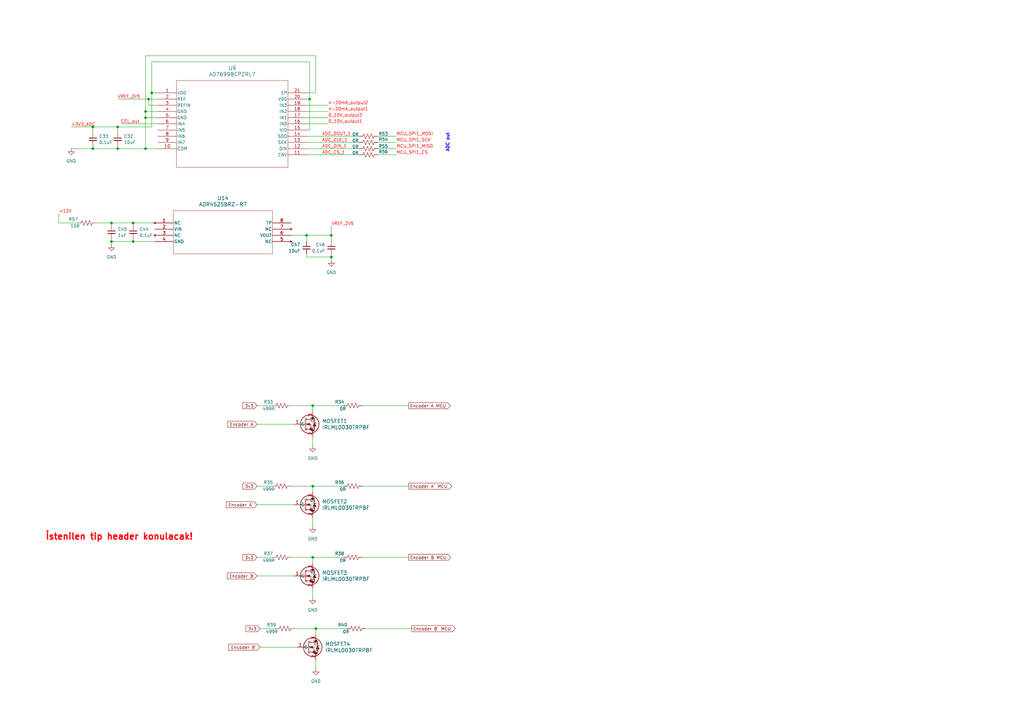
<source format=kicad_sch>
(kicad_sch (version 20231120) (generator "eeschema") (generator_version "8.0")
  (paper "A3")
  (lib_symbols
    (symbol "2024-07-17_22-54-18:IRLML0030TRPBF" (pin_names (offset 0.254))
      (property "Reference" "MOSFET" (at 11.43 1.905 0))
      (property "Value" "IRLML0030TRPBF" (at 11.43 -2.54 0))
      (symbol "IRLML0030TRPBF_0_1"
        (polyline (pts (xy 2.54 0) (xy 4.445 0)) (stroke (width 0.2032)))
        (polyline (pts (xy 4.572 -2.54) (xy 4.572 2.54)) (stroke (width 0.2032)))
        (polyline (pts (xy 5.08 -2.54) (xy 5.08 -1.524)) (stroke (width 0.2032)))
        (polyline (pts (xy 5.08 -2.032) (xy 6.858 -2.032)) (stroke (width 0.2032)))
        (polyline (pts (xy 5.08 -0.508) (xy 5.08 0.508)) (stroke (width 0.2032)))
        (polyline (pts (xy 5.08 1.524) (xy 5.08 2.54)) (stroke (width 0.2032)))
        (polyline (pts (xy 5.08 2.032) (xy 6.858 2.032)) (stroke (width 0.2032)))
        (polyline (pts (xy 6.35 0) (xy 6.858 0)) (stroke (width 0.2032)))
        (polyline (pts (xy 6.858 -2.54) (xy 6.858 0)) (stroke (width 0.2032)))
        (polyline (pts (xy 6.858 -2.54) (xy 8.382 -2.54)) (stroke (width 0.2032)))
        (polyline (pts (xy 6.858 2.032) (xy 6.858 2.54)) (stroke (width 0.2032)))
        (polyline (pts (xy 6.858 2.54) (xy 8.382 2.54)) (stroke (width 0.2032)))
        (polyline (pts (xy 8.382 -2.54) (xy 8.382 -0.762)) (stroke (width 0.2032)))
        (polyline (pts (xy 8.382 0.508) (xy 8.382 2.54)) (stroke (width 0.2032)))
        (polyline (pts (xy 9.144 0.508) (xy 7.62 0.508)) (stroke (width 0.2032)))
        (polyline (pts (xy 6.35 0.508) (xy 5.08 0) (xy 6.35 -0.508)) (fill (type outline)))
        (polyline (pts (xy 9.144 -0.762) (xy 7.62 -0.762) (xy 8.382 0.508)) (fill (type outline)))
        (circle (center 6.35 0) (radius 3.81) (stroke (width 0.254)))
        (circle (center 6.858 -2.032) (radius 0.0254) (stroke (width 0.508)))
        (circle (center 7.62 -2.54) (radius 0.0254) (stroke (width 0.508)))
        (circle (center 7.62 2.54) (radius 0.0254) (stroke (width 0.508)))
        (pin unspecified line (at 0 0 0) (length 2.54) (name "G") (number "1"))
        (pin unspecified line (at 7.62 -5.08 90) (length 2.54) (name "S") (number "2"))
        (pin unspecified line (at 7.62 5.08 270) (length 2.54) (name "D") (number "3"))
      )
    )
    (symbol "2024-07-23_16-02-50:AD7699BCPZRL7" (pin_names (offset 0.254))
      (property "Reference" "U" (at 30.48 10.16 0))
      (property "Value" "AD7699BCPZRL7" (at 30.48 7.62 0))
      (symbol "AD7699BCPZRL7_0_1"
        (polyline (pts (xy 7.62 -30.48) (xy 53.34 -30.48)) (stroke (width 0.127)))
        (polyline (pts (xy 7.62 5.08) (xy 7.62 -30.48)) (stroke (width 0.127)))
        (polyline (pts (xy 53.34 -30.48) (xy 53.34 5.08)) (stroke (width 0.127)))
        (polyline (pts (xy 53.34 5.08) (xy 7.62 5.08)) (stroke (width 0.127)))
        (pin power_in line (at 0 0 0) (length 7.62) (name "VDD") (number "1"))
        (pin unspecified line (at 0 -22.86 0) (length 7.62) (name "COM") (number "10"))
        (pin unspecified line (at 60.96 -25.4 180) (length 7.62) (name "CNV") (number "11"))
        (pin unspecified line (at 60.96 -22.86 180) (length 7.62) (name "DIN") (number "12"))
        (pin unspecified line (at 60.96 -20.32 180) (length 7.62) (name "SCK") (number "13"))
        (pin unspecified line (at 60.96 -17.78 180) (length 7.62) (name "SDO") (number "14"))
        (pin power_in line (at 60.96 -15.24 180) (length 7.62) (name "VIO") (number "15"))
        (pin unspecified line (at 60.96 -12.7 180) (length 7.62) (name "IN0") (number "16"))
        (pin unspecified line (at 60.96 -10.16 180) (length 7.62) (name "IN1") (number "17"))
        (pin unspecified line (at 60.96 -7.62 180) (length 7.62) (name "IN2") (number "18"))
        (pin unspecified line (at 60.96 -5.08 180) (length 7.62) (name "IN3") (number "19"))
        (pin unspecified line (at 0 -2.54 0) (length 7.62) (name "REF") (number "2"))
        (pin power_in line (at 60.96 -2.54 180) (length 7.62) (name "VDD") (number "20"))
        (pin unspecified line (at 60.96 0 180) (length 7.62) (name "EP") (number "21"))
        (pin unspecified line (at 0 -5.08 0) (length 7.62) (name "REFIN") (number "3"))
        (pin unspecified line (at 0 -7.62 0) (length 7.62) (name "GND") (number "4"))
        (pin unspecified line (at 0 -10.16 0) (length 7.62) (name "GND") (number "5"))
        (pin unspecified line (at 0 -12.7 0) (length 7.62) (name "IN4") (number "6"))
        (pin unspecified line (at 0 -15.24 0) (length 7.62) (name "IN5") (number "7"))
        (pin unspecified line (at 0 -17.78 0) (length 7.62) (name "IN6") (number "8"))
        (pin unspecified line (at 0 -20.32 0) (length 7.62) (name "IN7") (number "9"))
      )
    )
    (symbol "2024-07-23_16-49-46:ADR4525BRZ-R7" (pin_names (offset 0.254))
      (property "Reference" "U" (at 27.94 10.16 0))
      (property "Value" "ADR4525BRZ-R7" (at 27.94 7.62 0))
      (symbol "ADR4525BRZ-R7_0_1"
        (polyline (pts (xy 7.62 -12.7) (xy 48.26 -12.7)) (stroke (width 0.127)))
        (polyline (pts (xy 7.62 5.08) (xy 7.62 -12.7)) (stroke (width 0.127)))
        (polyline (pts (xy 48.26 -12.7) (xy 48.26 5.08)) (stroke (width 0.127)))
        (polyline (pts (xy 48.26 5.08) (xy 7.62 5.08)) (stroke (width 0.127)))
        (pin no_connect line (at 0 0 0) (length 7.62) (name "NC") (number "1"))
        (pin input line (at 0 -2.54 0) (length 7.62) (name "VIN") (number "2"))
        (pin no_connect line (at 0 -5.08 0) (length 7.62) (name "NC") (number "3"))
        (pin power_in line (at 0 -7.62 0) (length 7.62) (name "GND") (number "4"))
        (pin no_connect line (at 55.88 -7.62 180) (length 7.62) (name "NC") (number "5"))
        (pin output line (at 55.88 -5.08 180) (length 7.62) (name "VOUT") (number "6"))
        (pin no_connect line (at 55.88 -2.54 180) (length 7.62) (name "NC") (number "7"))
        (pin unspecified line (at 55.88 0 180) (length 7.62) (name "TP") (number "8"))
      )
    )
    (symbol "Device:C_Small" (pin_numbers hide) (pin_names (offset 0.254) hide)
      (property "Reference" "C" (at 0.254 1.778 0))
      (property "Value" "C_Small" (at 0.254 -2.032 0))
      (symbol "C_Small_0_1"
        (polyline (pts (xy -1.524 -0.508) (xy 1.524 -0.508)) (stroke (width 0.3302)))
        (polyline (pts (xy -1.524 0.508) (xy 1.524 0.508)) (stroke (width 0.3048)))
      )
      (symbol "C_Small_1_1"
        (pin passive line (at 0 2.54 270) (length 2.032) (name "~") (number "1"))
        (pin passive line (at 0 -2.54 90) (length 2.032) (name "~") (number "2"))
      )
    )
    (symbol "Device:R_US" (pin_numbers hide) (pin_names (offset 0))
      (property "Reference" "R" (at 2.54 0 90))
      (property "Value" "R_US" (at -2.54 0 90))
      (symbol "R_US_0_1"
        (polyline (pts (xy 0 -2.286) (xy 0 -2.54)))
        (polyline (pts (xy 0 2.286) (xy 0 2.54)))
        (polyline (pts (xy 0 -0.762) (xy 1.016 -1.143) (xy 0 -1.524) (xy -1.016 -1.905) (xy 0 -2.286)))
        (polyline (pts (xy 0 0.762) (xy 1.016 0.381) (xy 0 0) (xy -1.016 -0.381) (xy 0 -0.762)))
        (polyline (pts (xy 0 2.286) (xy 1.016 1.905) (xy 0 1.524) (xy -1.016 1.143) (xy 0 0.762)))
      )
      (symbol "R_US_1_1"
        (pin passive line (at 0 3.81 270) (length 1.27) (name "~") (number "1"))
        (pin passive line (at 0 -3.81 90) (length 1.27) (name "~") (number "2"))
      )
    )
    (symbol "power:GND" (power) (pin_numbers hide) (pin_names (offset 0) hide)
      (property "Value" "GND" (at 0 -3.81 0))
      (symbol "GND_0_1"
        (polyline (pts (xy 0 0) (xy 0 -1.27) (xy 1.27 -1.27) (xy 0 -2.54) (xy -1.27 -1.27) (xy 0 -1.27)))
      )
      (symbol "GND_1_1"
        (pin power_in line (at 0 0 270) (length 0) (name "~") (number "1"))
      )
    )
  )
  (junction (at 125.73 96.52))
  (junction (at 127 40.64))
  (junction (at 45.72 91.44))
  (junction (at 128.27 199.39))
  (junction (at 135.89 105.41))
  (junction (at 135.89 96.52))
  (junction (at 59.69 48.26))
  (junction (at 38.1 52.07))
  (junction (at 59.69 60.96))
  (junction (at 54.61 91.44))
  (junction (at 129.54 257.81))
  (junction (at 128.27 166.37))
  (junction (at 128.27 228.6))
  (junction (at 48.26 52.07))
  (junction (at 45.72 99.06))
  (junction (at 48.26 60.96))
  (junction (at 60.96 40.64))
  (junction (at 59.69 45.72))
  (junction (at 62.23 38.1))
  (junction (at 38.1 60.96))
  (junction (at 54.61 99.06))
  (wire (pts (xy 105.41 173.99) (xy 120.65 173.99)))
  (wire (pts (xy 135.89 96.52) (xy 135.89 99.06)))
  (wire (pts (xy 48.26 40.64) (xy 60.96 40.64)))
  (wire (pts (xy 119.38 199.39) (xy 128.27 199.39)))
  (wire (pts (xy 129.54 257.81) (xy 129.54 260.35)))
  (wire (pts (xy 127 53.34) (xy 127 40.64)))
  (wire (pts (xy 29.21 60.96) (xy 38.1 60.96)))
  (wire (pts (xy 135.89 92.71) (xy 135.89 96.52)))
  (wire (pts (xy 64.77 60.96) (xy 59.69 60.96)))
  (wire (pts (xy 128.27 241.3) (xy 128.27 245.11)))
  (wire (pts (xy 59.69 45.72) (xy 64.77 45.72)))
  (wire (pts (xy 125.73 55.88) (xy 147.32 55.88)))
  (wire (pts (xy 128.27 212.09) (xy 128.27 215.9)))
  (wire (pts (xy 119.38 166.37) (xy 128.27 166.37)))
  (wire (pts (xy 45.72 99.06) (xy 45.72 97.79)))
  (wire (pts (xy 105.41 236.22) (xy 120.65 236.22)))
  (wire (pts (xy 134.62 48.26) (xy 125.73 48.26)))
  (wire (pts (xy 128.27 166.37) (xy 140.97 166.37)))
  (wire (pts (xy 60.96 40.64) (xy 60.96 43.18)))
  (wire (pts (xy 54.61 99.06) (xy 45.72 99.06)))
  (wire (pts (xy 45.72 99.06) (xy 45.72 100.33)))
  (wire (pts (xy 125.73 96.52) (xy 135.89 96.52)))
  (wire (pts (xy 135.89 105.41) (xy 135.89 106.68)))
  (wire (pts (xy 105.41 228.6) (xy 111.76 228.6)))
  (wire (pts (xy 29.21 52.07) (xy 38.1 52.07)))
  (wire (pts (xy 162.56 55.88) (xy 154.94 55.88)))
  (wire (pts (xy 62.23 38.1) (xy 64.77 38.1)))
  (wire (pts (xy 129.54 22.86) (xy 59.69 22.86)))
  (wire (pts (xy 63.5 91.44) (xy 54.61 91.44)))
  (wire (pts (xy 106.68 265.43) (xy 121.92 265.43)))
  (wire (pts (xy 128.27 228.6) (xy 128.27 231.14)))
  (wire (pts (xy 62.23 25.4) (xy 62.23 38.1)))
  (wire (pts (xy 148.59 199.39) (xy 167.64 199.39)))
  (wire (pts (xy 48.26 52.07) (xy 62.23 52.07)))
  (wire (pts (xy 135.89 105.41) (xy 135.89 104.14)))
  (wire (pts (xy 45.72 92.71) (xy 45.72 91.44)))
  (wire (pts (xy 148.59 166.37) (xy 167.64 166.37)))
  (wire (pts (xy 106.68 257.81) (xy 113.03 257.81)))
  (wire (pts (xy 105.41 166.37) (xy 111.76 166.37)))
  (wire (pts (xy 128.27 199.39) (xy 140.97 199.39)))
  (wire (pts (xy 149.86 257.81) (xy 168.91 257.81)))
  (wire (pts (xy 38.1 60.96) (xy 38.1 59.69)))
  (wire (pts (xy 48.26 52.07) (xy 48.26 54.61)))
  (wire (pts (xy 39.37 91.44) (xy 45.72 91.44)))
  (wire (pts (xy 129.54 270.51) (xy 129.54 274.32)))
  (wire (pts (xy 119.38 228.6) (xy 128.27 228.6)))
  (wire (pts (xy 128.27 179.07) (xy 128.27 182.88)))
  (wire (pts (xy 59.69 22.86) (xy 59.69 45.72)))
  (wire (pts (xy 45.72 91.44) (xy 54.61 91.44)))
  (wire (pts (xy 59.69 45.72) (xy 59.69 48.26)))
  (wire (pts (xy 125.73 105.41) (xy 135.89 105.41)))
  (wire (pts (xy 38.1 52.07) (xy 38.1 54.61)))
  (wire (pts (xy 125.73 105.41) (xy 125.73 104.14)))
  (wire (pts (xy 162.56 58.42) (xy 154.94 58.42)))
  (wire (pts (xy 125.73 53.34) (xy 127 53.34)))
  (wire (pts (xy 48.26 52.07) (xy 38.1 52.07)))
  (wire (pts (xy 128.27 199.39) (xy 128.27 201.93)))
  (wire (pts (xy 125.73 38.1) (xy 129.54 38.1)))
  (wire (pts (xy 129.54 257.81) (xy 142.24 257.81)))
  (wire (pts (xy 64.77 48.26) (xy 59.69 48.26)))
  (wire (pts (xy 60.96 43.18) (xy 64.77 43.18)))
  (wire (pts (xy 59.69 60.96) (xy 59.69 48.26)))
  (wire (pts (xy 54.61 99.06) (xy 54.61 97.79)))
  (wire (pts (xy 125.73 58.42) (xy 147.32 58.42)))
  (wire (pts (xy 62.23 52.07) (xy 62.23 38.1)))
  (wire (pts (xy 162.56 63.5) (xy 154.94 63.5)))
  (wire (pts (xy 24.13 87.63) (xy 24.13 91.44)))
  (wire (pts (xy 48.26 60.96) (xy 38.1 60.96)))
  (wire (pts (xy 63.5 99.06) (xy 54.61 99.06)))
  (wire (pts (xy 24.13 91.44) (xy 31.75 91.44)))
  (wire (pts (xy 127 40.64) (xy 127 25.4)))
  (wire (pts (xy 48.26 60.96) (xy 48.26 59.69)))
  (wire (pts (xy 48.26 60.96) (xy 59.69 60.96)))
  (wire (pts (xy 134.62 45.72) (xy 125.73 45.72)))
  (wire (pts (xy 125.73 60.96) (xy 147.32 60.96)))
  (wire (pts (xy 54.61 91.44) (xy 54.61 92.71)))
  (wire (pts (xy 134.62 50.8) (xy 125.73 50.8)))
  (wire (pts (xy 128.27 166.37) (xy 128.27 168.91)))
  (wire (pts (xy 49.53 50.8) (xy 64.77 50.8)))
  (wire (pts (xy 119.38 96.52) (xy 125.73 96.52)))
  (wire (pts (xy 134.62 43.18) (xy 125.73 43.18)))
  (wire (pts (xy 127 25.4) (xy 62.23 25.4)))
  (wire (pts (xy 105.41 199.39) (xy 111.76 199.39)))
  (wire (pts (xy 127 40.64) (xy 125.73 40.64)))
  (wire (pts (xy 105.41 207.01) (xy 120.65 207.01)))
  (wire (pts (xy 148.59 228.6) (xy 167.64 228.6)))
  (wire (pts (xy 125.73 63.5) (xy 147.32 63.5)))
  (wire (pts (xy 129.54 38.1) (xy 129.54 22.86)))
  (wire (pts (xy 128.27 228.6) (xy 140.97 228.6)))
  (wire (pts (xy 64.77 40.64) (xy 60.96 40.64)))
  (wire (pts (xy 162.56 60.96) (xy 154.94 60.96)))
  (wire (pts (xy 120.65 257.81) (xy 129.54 257.81)))
  (wire (pts (xy 125.73 96.52) (xy 125.73 99.06)))
  (text "İstenilen tip header konulacak!" (at 18.542 220.218 0) (effects (font (size 2.54 2.54) (thickness 0.508) (bold yes)) (justify left)))
  (text "ADC out" (at 183.642 58.42 90) (effects (font (size 1.27 1.27) (thickness 0.254) (bold yes))))
  (label "MCU_SPI1_CS" (at 162.56 63.5 0))
  (label "ADC_CS_1" (at 132.08 63.5 0))
  (label "+12V" (at 24.13 87.63 0))
  (label "ADC_DIN_1" (at 132.08 60.96 0))
  (label "VREF_2V5" (at 135.89 92.71 0))
  (label "0_10V_output1" (at 134.62 50.8 0))
  (label "VREF_2V5" (at 48.26 40.64 0))
  (label "ADC_DOUT_1" (at 132.08 55.88 0))
  (label "CCL_out" (at 49.53 50.8 0))
  (label "4-20mA_output1" (at 134.62 45.72 0))
  (label "MCU_SPI1_SCK" (at 162.56 58.42 0))
  (label "0_10V_output2" (at 134.62 48.26 0))
  (label "+3V3_ADC" (at 29.21 52.07 0))
  (label "MCU_SPI1_MISO" (at 162.56 60.96 0))
  (label "ADC_CLK_1" (at 132.08 58.42 0))
  (label "MCU_SPI1_MOSI" (at 162.56 55.88 0))
  (label "4-20mA_output2" (at 134.62 43.18 0))
  (global_label "Encoder B MCU" (shape output) (at 167.64 228.6 0) (property "Intersheetrefs" "${INTERSHEET_REFS}" (effects (hide yes))))
  (global_label "3v3" (shape input) (at 105.41 228.6 180) (property "Intersheetrefs" "${INTERSHEET_REFS}" (effects (hide yes))))
  (global_label "3v3" (shape input) (at 106.68 257.81 180) (property "Intersheetrefs" "${INTERSHEET_REFS}" (effects (hide yes))))
  (global_label "Encoder A" (shape input) (at 105.41 173.99 180) (property "Intersheetrefs" "${INTERSHEET_REFS}" (effects (hide yes))))
  (global_label "Encoder B'" (shape input) (at 106.68 265.43 180) (property "Intersheetrefs" "${INTERSHEET_REFS}" (effects (hide yes))))
  (global_label "Encoder B' MCU" (shape output) (at 168.91 257.81 0) (property "Intersheetrefs" "${INTERSHEET_REFS}" (effects (hide yes))))
  (global_label "Encoder A MCU" (shape output) (at 167.64 166.37 0) (property "Intersheetrefs" "${INTERSHEET_REFS}" (effects (hide yes))))
  (global_label "Encoder B" (shape input) (at 105.41 236.22 180) (property "Intersheetrefs" "${INTERSHEET_REFS}" (effects (hide yes))))
  (global_label "3v3" (shape input) (at 105.41 166.37 180) (property "Intersheetrefs" "${INTERSHEET_REFS}" (effects (hide yes))))
  (global_label "Encoder A'" (shape input) (at 105.41 207.01 180) (property "Intersheetrefs" "${INTERSHEET_REFS}" (effects (hide yes))))
  (global_label "3v3" (shape input) (at 105.41 199.39 180) (property "Intersheetrefs" "${INTERSHEET_REFS}" (effects (hide yes))))
  (global_label "Encoder A' MCU" (shape output) (at 167.64 199.39 0) (property "Intersheetrefs" "${INTERSHEET_REFS}" (effects (hide yes))))
  (symbol (lib_id "Device:R_US") (at 115.57 228.6 90) (unit 1)
    (property "Reference" "R37" (at 112.014 227.076 90) (effects (justify left)))
    (property "Value" "499R" (at 112.776 229.87 90) (effects (justify left)))
    (property "Footprint" "Resistor_SMD:R_0805_2012Metric_Pad1.20x1.40mm_HandSolder" (effects (hide yes)))
    (property "Description" "Resistor, US symbol" (effects (hide yes)))
  )
  (symbol (lib_id "power:GND") (at 128.27 215.9 0) (unit 1)
    (property "Reference" "#PWR027" (effects (hide yes)))
    (property "Value" "GND" (at 128.27 220.98 0))
    (property "Description" "Power symbol creates a global label with name \"GND\" , ground" (effects (hide yes)))
  )
  (symbol (lib_id "power:GND") (at 45.72 100.33 0) (unit 1)
    (property "Reference" "#PWR044" (effects (hide yes)))
    (property "Value" "GND" (at 45.72 105.41 0))
    (property "Description" "Power symbol creates a global label with name \"GND\" , ground" (effects (hide yes)))
  )
  (symbol (lib_id "Device:C_Small") (at 38.1 57.15 0) (unit 1)
    (property "Reference" "C33" (at 40.64 55.8862 0) (effects (justify left)))
    (property "Value" "0.1uF" (at 40.64 58.4262 0) (effects (justify left)))
    (property "Description" "Unpolarized capacitor, small symbol" (effects (hide yes)))
  )
  (symbol (lib_id "Device:R_US") (at 151.13 55.88 90) (unit 1)
    (property "Reference" "R53" (at 157.226 54.864 90))
    (property "Value" "0R" (at 145.796 55.118 90))
    (property "Description" "Resistor, US symbol" (effects (hide yes)))
  )
  (symbol (lib_id "power:GND") (at 135.89 106.68 0) (unit 1)
    (property "Reference" "#PWR045" (effects (hide yes)))
    (property "Value" "GND" (at 135.89 111.76 0))
    (property "Description" "Power symbol creates a global label with name \"GND\" , ground" (effects (hide yes)))
  )
  (symbol (lib_id "Device:R_US") (at 151.13 63.5 90) (unit 1)
    (property "Reference" "R56" (at 157.226 62.23 90))
    (property "Value" "0R" (at 145.796 62.738 90))
    (property "Description" "Resistor, US symbol" (effects (hide yes)))
  )
  (symbol (lib_id "Device:R_US") (at 35.56 91.44 90) (unit 1)
    (property "Reference" "R57" (at 32.004 89.916 90) (effects (justify left)))
    (property "Value" "10R" (at 32.766 92.71 90) (effects (justify left)))
    (property "Description" "Resistor, US symbol" (effects (hide yes)))
  )
  (symbol (lib_id "Device:R_US") (at 115.57 166.37 90) (unit 1)
    (property "Reference" "R33" (at 112.014 164.846 90) (effects (justify left)))
    (property "Value" "499R" (at 112.776 167.64 90) (effects (justify left)))
    (property "Footprint" "Resistor_SMD:R_0805_2012Metric_Pad1.20x1.40mm_HandSolder" (effects (hide yes)))
    (property "Description" "Resistor, US symbol" (effects (hide yes)))
  )
  (symbol (lib_id "2024-07-17_22-54-18:IRLML0030TRPBF") (at 120.65 173.99 0) (unit 1)
    (property "Reference" "MOSFET1" (at 132.08 172.7199 0) (effects (font (size 1.524 1.524)) (justify left)))
    (property "Value" "IRLML0030TRPBF" (at 132.08 175.2599 0) (effects (font (size 1.524 1.524)) (justify left)))
    (property "Footprint" "PG-SOT23-3-901_INF" (effects (hide yes)))
    (property "Datasheet" "IRLML0030TRPBF" (effects (hide yes)))
  )
  (symbol (lib_id "Device:R_US") (at 146.05 257.81 90) (unit 1)
    (property "Reference" "R40" (at 142.494 256.286 90) (effects (justify left)))
    (property "Value" "0R" (at 143.256 259.08 90) (effects (justify left)))
    (property "Footprint" "Resistor_SMD:R_0805_2012Metric_Pad1.20x1.40mm_HandSolder" (effects (hide yes)))
    (property "Description" "Resistor, US symbol" (effects (hide yes)))
  )
  (symbol (lib_id "Device:R_US") (at 115.57 199.39 90) (unit 1)
    (property "Reference" "R35" (at 112.014 197.866 90) (effects (justify left)))
    (property "Value" "499R" (at 112.776 200.66 90) (effects (justify left)))
    (property "Footprint" "Resistor_SMD:R_0805_2012Metric_Pad1.20x1.40mm_HandSolder" (effects (hide yes)))
    (property "Description" "Resistor, US symbol" (effects (hide yes)))
  )
  (symbol (lib_id "Device:R_US") (at 144.78 166.37 90) (unit 1)
    (property "Reference" "R34" (at 141.224 164.846 90) (effects (justify left)))
    (property "Value" "0R" (at 141.986 167.64 90) (effects (justify left)))
    (property "Footprint" "Resistor_SMD:R_0805_2012Metric_Pad1.20x1.40mm_HandSolder" (effects (hide yes)))
    (property "Description" "Resistor, US symbol" (effects (hide yes)))
  )
  (symbol (lib_id "Device:R_US") (at 151.13 58.42 90) (unit 1)
    (property "Reference" "R54" (at 157.226 57.15 90))
    (property "Value" "0R" (at 145.796 57.658 90))
    (property "Description" "Resistor, US symbol" (effects (hide yes)))
  )
  (symbol (lib_id "Device:C_Small") (at 48.26 57.15 0) (unit 1)
    (property "Reference" "C32" (at 50.8 55.8862 0) (effects (justify left)))
    (property "Value" "10uF" (at 50.8 58.4262 0) (effects (justify left)))
    (property "Description" "Unpolarized capacitor, small symbol" (effects (hide yes)))
  )
  (symbol (lib_id "2024-07-23_16-02-50:AD7699BCPZRL7") (at 64.77 38.1 0) (unit 1)
    (property "Reference" "U9" (at 95.25 27.94 0) (effects (font (size 1.524 1.524))))
    (property "Value" "AD7699BCPZRL7" (at 95.25 30.48 0) (effects (font (size 1.524 1.524))))
    (property "Footprint" "CP_20_4_ADI" (effects (hide yes)))
    (property "Datasheet" "AD7699BCPZRL7" (effects (hide yes)))
  )
  (symbol (lib_id "Device:R_US") (at 116.84 257.81 90) (unit 1)
    (property "Reference" "R39" (at 113.284 256.286 90) (effects (justify left)))
    (property "Value" "499R" (at 114.046 259.08 90) (effects (justify left)))
    (property "Footprint" "Resistor_SMD:R_0805_2012Metric_Pad1.20x1.40mm_HandSolder" (effects (hide yes)))
    (property "Description" "Resistor, US symbol" (effects (hide yes)))
  )
  (symbol (lib_id "power:GND") (at 128.27 245.11 0) (unit 1)
    (property "Reference" "#PWR028" (effects (hide yes)))
    (property "Value" "GND" (at 128.27 250.19 0))
    (property "Description" "Power symbol creates a global label with name \"GND\" , ground" (effects (hide yes)))
  )
  (symbol (lib_id "Device:R_US") (at 151.13 60.96 90) (unit 1)
    (property "Reference" "R55" (at 157.226 59.944 90))
    (property "Value" "0R" (at 145.796 60.198 90))
    (property "Description" "Resistor, US symbol" (effects (hide yes)))
  )
  (symbol (lib_id "Device:C_Small") (at 45.72 95.25 0) (unit 1)
    (property "Reference" "C45" (at 48.26 93.9862 0) (effects (justify left)))
    (property "Value" "1uF" (at 48.26 96.5262 0) (effects (justify left)))
    (property "Description" "Unpolarized capacitor, small symbol" (effects (hide yes)))
  )
  (symbol (lib_id "2024-07-17_22-54-18:IRLML0030TRPBF") (at 120.65 236.22 0) (unit 1)
    (property "Reference" "MOSFET3" (at 132.08 234.9499 0) (effects (font (size 1.524 1.524)) (justify left)))
    (property "Value" "IRLML0030TRPBF" (at 132.08 237.4899 0) (effects (font (size 1.524 1.524)) (justify left)))
    (property "Footprint" "PG-SOT23-3-901_INF" (effects (hide yes)))
    (property "Datasheet" "IRLML0030TRPBF" (effects (hide yes)))
  )
  (symbol (lib_id "2024-07-23_16-49-46:ADR4525BRZ-R7") (at 63.5 91.44 0) (unit 1)
    (property "Reference" "U14" (at 91.44 81.28 0) (effects (font (size 1.524 1.524))))
    (property "Value" "ADR4525BRZ-R7" (at 91.44 83.82 0) (effects (font (size 1.524 1.524))))
    (property "Footprint" "R_8_ADI" (effects (hide yes)))
    (property "Datasheet" "ADR4525BRZ-R7" (effects (hide yes)))
  )
  (symbol (lib_id "Device:R_US") (at 144.78 199.39 90) (unit 1)
    (property "Reference" "R36" (at 141.224 197.866 90) (effects (justify left)))
    (property "Value" "0R" (at 141.986 200.66 90) (effects (justify left)))
    (property "Footprint" "Resistor_SMD:R_0805_2012Metric_Pad1.20x1.40mm_HandSolder" (effects (hide yes)))
    (property "Description" "Resistor, US symbol" (effects (hide yes)))
  )
  (symbol (lib_id "power:GND") (at 129.54 274.32 0) (unit 1)
    (property "Reference" "#PWR029" (effects (hide yes)))
    (property "Value" "GND" (at 129.54 279.4 0))
    (property "Description" "Power symbol creates a global label with name \"GND\" , ground" (effects (hide yes)))
  )
  (symbol (lib_id "Device:R_US") (at 144.78 228.6 90) (unit 1)
    (property "Reference" "R38" (at 141.224 227.076 90) (effects (justify left)))
    (property "Value" "0R" (at 141.986 229.87 90) (effects (justify left)))
    (property "Footprint" "Resistor_SMD:R_0805_2012Metric_Pad1.20x1.40mm_HandSolder" (effects (hide yes)))
    (property "Description" "Resistor, US symbol" (effects (hide yes)))
  )
  (symbol (lib_id "power:GND") (at 29.21 60.96 0) (unit 1)
    (property "Reference" "#PWR033" (effects (hide yes)))
    (property "Value" "GND" (at 29.21 66.04 0))
    (property "Description" "Power symbol creates a global label with name \"GND\" , ground" (effects (hide yes)))
  )
  (symbol (lib_id "power:GND") (at 128.27 182.88 0) (unit 1)
    (property "Reference" "#PWR026" (effects (hide yes)))
    (property "Value" "GND" (at 128.27 187.96 0))
    (property "Description" "Power symbol creates a global label with name \"GND\" , ground" (effects (hide yes)))
  )
  (symbol (lib_id "2024-07-17_22-54-18:IRLML0030TRPBF") (at 121.92 265.43 0) (unit 1)
    (property "Reference" "MOSFET4" (at 133.35 264.1599 0) (effects (font (size 1.524 1.524)) (justify left)))
    (property "Value" "IRLML0030TRPBF" (at 133.35 266.6999 0) (effects (font (size 1.524 1.524)) (justify left)))
    (property "Footprint" "PG-SOT23-3-901_INF" (effects (hide yes)))
    (property "Datasheet" "IRLML0030TRPBF" (effects (hide yes)))
  )
  (symbol (lib_id "2024-07-17_22-54-18:IRLML0030TRPBF") (at 120.65 207.01 0) (unit 1)
    (property "Reference" "MOSFET2" (at 132.08 205.7399 0) (effects (font (size 1.524 1.524)) (justify left)))
    (property "Value" "IRLML0030TRPBF" (at 132.08 208.2799 0) (effects (font (size 1.524 1.524)) (justify left)))
    (property "Footprint" "PG-SOT23-3-901_INF" (effects (hide yes)))
    (property "Datasheet" "IRLML0030TRPBF" (effects (hide yes)))
  )
  (symbol (lib_id "Device:C_Small") (at 125.73 101.6 0) (mirror y) (unit 1)
    (property "Reference" "C47" (at 123.19 100.3362 0) (effects (justify left)))
    (property "Value" "10uF" (at 123.19 102.8762 0) (effects (justify left)))
    (property "Description" "Unpolarized capacitor, small symbol" (effects (hide yes)))
  )
  (symbol (lib_id "Device:C_Small") (at 54.61 95.25 0) (unit 1)
    (property "Reference" "C44" (at 57.15 93.9862 0) (effects (justify left)))
    (property "Value" "0.1uF" (at 57.15 96.5262 0) (effects (justify left)))
    (property "Description" "Unpolarized capacitor, small symbol" (effects (hide yes)))
  )
  (symbol (lib_id "Device:C_Small") (at 135.89 101.6 0) (mirror y) (unit 1)
    (property "Reference" "C46" (at 133.35 100.3362 0) (effects (justify left)))
    (property "Value" "0.1uF" (at 133.35 102.8762 0) (effects (justify left)))
    (property "Description" "Unpolarized capacitor, small symbol" (effects (hide yes)))
  )
)
</source>
